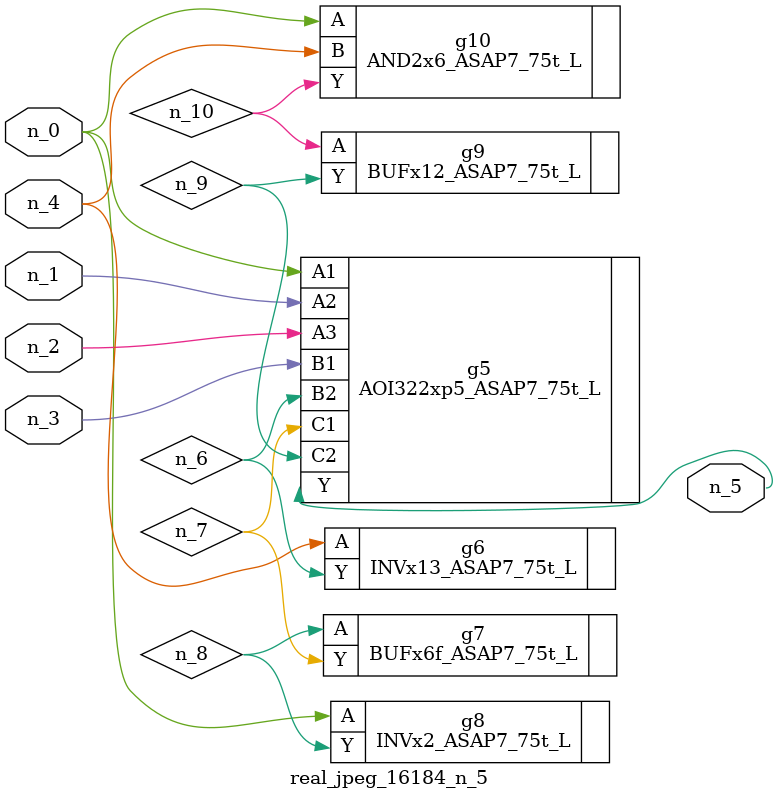
<source format=v>
module real_jpeg_16184_n_5 (n_4, n_0, n_1, n_2, n_3, n_5);

input n_4;
input n_0;
input n_1;
input n_2;
input n_3;

output n_5;

wire n_8;
wire n_6;
wire n_7;
wire n_10;
wire n_9;

AOI322xp5_ASAP7_75t_L g5 ( 
.A1(n_0),
.A2(n_1),
.A3(n_2),
.B1(n_3),
.B2(n_6),
.C1(n_7),
.C2(n_9),
.Y(n_5)
);

INVx2_ASAP7_75t_L g8 ( 
.A(n_0),
.Y(n_8)
);

AND2x6_ASAP7_75t_L g10 ( 
.A(n_0),
.B(n_4),
.Y(n_10)
);

INVx13_ASAP7_75t_L g6 ( 
.A(n_4),
.Y(n_6)
);

BUFx6f_ASAP7_75t_L g7 ( 
.A(n_8),
.Y(n_7)
);

BUFx12_ASAP7_75t_L g9 ( 
.A(n_10),
.Y(n_9)
);


endmodule
</source>
